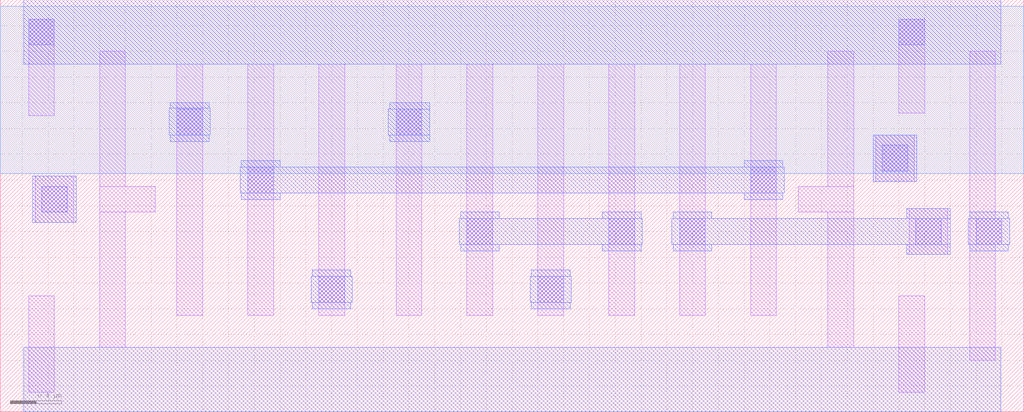
<source format=lef>
VERSION 5.7 ;
  NOWIREEXTENSIONATPIN ON ;
  DIVIDERCHAR "/" ;
  BUSBITCHARS "[]" ;
MACRO mux4i
  CLASS BLOCK ;
  FOREIGN mux4i ;
  ORIGIN 0.170 0.000 ;
  SIZE 7.940 BY 3.200 ;
  OBS
      LAYER nwell ;
        RECT -0.170 1.850 7.770 3.150 ;
      LAYER li1 ;
        RECT 0.050 2.300 0.250 3.050 ;
        RECT 0.100 1.470 0.400 1.830 ;
        RECT 0.600 1.750 0.800 2.800 ;
        RECT 0.600 1.550 1.030 1.750 ;
        RECT 0.050 0.150 0.250 0.900 ;
        RECT 0.600 0.500 0.800 1.550 ;
        RECT 1.200 0.750 1.400 2.700 ;
        RECT 1.750 0.750 1.950 2.700 ;
        RECT 2.300 0.750 2.500 2.700 ;
        RECT 2.900 0.750 3.100 2.700 ;
        RECT 3.450 0.750 3.650 2.700 ;
        RECT 4.000 0.750 4.200 2.700 ;
        RECT 4.550 0.750 4.750 2.700 ;
        RECT 5.100 0.750 5.300 2.700 ;
        RECT 5.650 0.750 5.850 2.700 ;
        RECT 6.250 1.750 6.450 2.800 ;
        RECT 6.800 2.320 7.000 3.050 ;
        RECT 6.620 1.790 6.920 2.150 ;
        RECT 6.020 1.550 6.450 1.750 ;
        RECT 6.250 0.500 6.450 1.550 ;
        RECT 6.880 1.220 7.180 1.580 ;
        RECT 7.350 1.500 7.550 2.800 ;
        RECT 7.350 1.300 7.600 1.500 ;
        RECT 6.800 0.150 7.000 0.900 ;
        RECT 7.350 0.400 7.550 1.300 ;
      LAYER mcon ;
        RECT 0.050 2.850 0.250 3.050 ;
        RECT 6.800 2.850 7.000 3.050 ;
        RECT 0.150 1.550 0.350 1.750 ;
        RECT 1.200 2.150 1.400 2.350 ;
        RECT 1.750 1.700 1.950 1.900 ;
        RECT 2.300 0.850 2.500 1.050 ;
        RECT 2.900 2.150 3.100 2.350 ;
        RECT 3.450 1.300 3.650 1.500 ;
        RECT 4.000 0.850 4.200 1.050 ;
        RECT 4.550 1.300 4.750 1.500 ;
        RECT 5.100 1.300 5.300 1.500 ;
        RECT 5.650 1.700 5.850 1.900 ;
        RECT 6.670 1.870 6.870 2.070 ;
        RECT 6.930 1.300 7.130 1.500 ;
        RECT 7.400 1.300 7.600 1.500 ;
      LAYER met1 ;
        RECT 0.010 2.700 7.590 3.200 ;
        RECT 1.150 2.360 1.450 2.400 ;
        RECT 1.140 2.150 1.460 2.360 ;
        RECT 2.850 2.350 3.160 2.400 ;
        RECT 2.840 2.150 3.160 2.350 ;
        RECT 1.150 2.100 1.450 2.150 ;
        RECT 2.850 2.100 3.160 2.150 ;
        RECT 1.700 1.900 2.000 1.950 ;
        RECT 5.600 1.900 5.900 1.950 ;
        RECT 0.080 1.470 0.420 1.830 ;
        RECT 1.690 1.700 5.910 1.900 ;
        RECT 6.600 1.790 6.940 2.150 ;
        RECT 1.700 1.650 2.000 1.700 ;
        RECT 5.600 1.650 5.900 1.700 ;
        RECT 3.400 1.500 3.700 1.550 ;
        RECT 4.500 1.500 4.800 1.550 ;
        RECT 5.050 1.500 5.350 1.550 ;
        RECT 6.860 1.500 7.200 1.580 ;
        RECT 7.350 1.500 7.650 1.550 ;
        RECT 3.390 1.300 4.810 1.500 ;
        RECT 5.040 1.300 7.200 1.500 ;
        RECT 7.340 1.300 7.660 1.500 ;
        RECT 3.400 1.250 3.700 1.300 ;
        RECT 4.500 1.250 4.800 1.300 ;
        RECT 5.050 1.250 5.350 1.300 ;
        RECT 6.860 1.220 7.200 1.300 ;
        RECT 7.350 1.250 7.650 1.300 ;
        RECT 2.250 1.050 2.550 1.100 ;
        RECT 3.950 1.050 4.250 1.100 ;
        RECT 2.240 0.850 2.560 1.050 ;
        RECT 3.940 0.850 4.260 1.050 ;
        RECT 2.250 0.800 2.550 0.850 ;
        RECT 3.950 0.800 4.250 0.850 ;
        RECT 0.010 0.000 7.590 0.500 ;
  END
END mux4i
END LIBRARY


</source>
